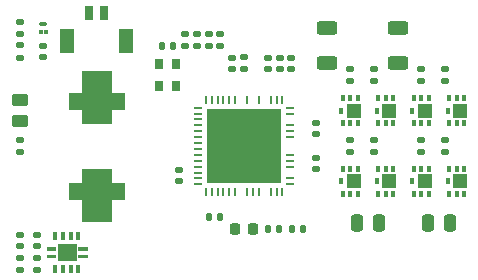
<source format=gtp>
G04 #@! TF.GenerationSoftware,KiCad,Pcbnew,7.0.11*
G04 #@! TF.CreationDate,2024-05-08T11:49:02-04:00*
G04 #@! TF.ProjectId,stepper-interface,73746570-7065-4722-9d69-6e7465726661,1.0*
G04 #@! TF.SameCoordinates,Original*
G04 #@! TF.FileFunction,Paste,Top*
G04 #@! TF.FilePolarity,Positive*
%FSLAX46Y46*%
G04 Gerber Fmt 4.6, Leading zero omitted, Abs format (unit mm)*
G04 Created by KiCad (PCBNEW 7.0.11) date 2024-05-08 11:49:02*
%MOMM*%
%LPD*%
G01*
G04 APERTURE LIST*
G04 Aperture macros list*
%AMRoundRect*
0 Rectangle with rounded corners*
0 $1 Rounding radius*
0 $2 $3 $4 $5 $6 $7 $8 $9 X,Y pos of 4 corners*
0 Add a 4 corners polygon primitive as box body*
4,1,4,$2,$3,$4,$5,$6,$7,$8,$9,$2,$3,0*
0 Add four circle primitives for the rounded corners*
1,1,$1+$1,$2,$3*
1,1,$1+$1,$4,$5*
1,1,$1+$1,$6,$7*
1,1,$1+$1,$8,$9*
0 Add four rect primitives between the rounded corners*
20,1,$1+$1,$2,$3,$4,$5,0*
20,1,$1+$1,$4,$5,$6,$7,0*
20,1,$1+$1,$6,$7,$8,$9,0*
20,1,$1+$1,$8,$9,$2,$3,0*%
G04 Aperture macros list end*
%ADD10C,0.010000*%
%ADD11RoundRect,0.135000X0.185000X-0.135000X0.185000X0.135000X-0.185000X0.135000X-0.185000X-0.135000X0*%
%ADD12RoundRect,0.135000X-0.185000X0.135000X-0.185000X-0.135000X0.185000X-0.135000X0.185000X0.135000X0*%
%ADD13RoundRect,0.140000X0.170000X-0.140000X0.170000X0.140000X-0.170000X0.140000X-0.170000X-0.140000X0*%
%ADD14R,0.304800X0.609600*%
%ADD15R,1.193800X1.295400*%
%ADD16RoundRect,0.044118X0.105882X0.130882X-0.105882X0.130882X-0.105882X-0.130882X0.105882X-0.130882X0*%
%ADD17RoundRect,0.050000X0.250000X0.125000X-0.250000X0.125000X-0.250000X-0.125000X0.250000X-0.125000X0*%
%ADD18RoundRect,0.147500X-0.172500X0.147500X-0.172500X-0.147500X0.172500X-0.147500X0.172500X0.147500X0*%
%ADD19RoundRect,0.140000X-0.170000X0.140000X-0.170000X-0.140000X0.170000X-0.140000X0.170000X0.140000X0*%
%ADD20RoundRect,0.140000X-0.140000X-0.170000X0.140000X-0.170000X0.140000X0.170000X-0.140000X0.170000X0*%
%ADD21RoundRect,0.250000X0.625000X-0.312500X0.625000X0.312500X-0.625000X0.312500X-0.625000X-0.312500X0*%
%ADD22RoundRect,0.250000X0.250000X0.475000X-0.250000X0.475000X-0.250000X-0.475000X0.250000X-0.475000X0*%
%ADD23RoundRect,0.140000X0.140000X0.170000X-0.140000X0.170000X-0.140000X-0.170000X0.140000X-0.170000X0*%
%ADD24R,0.800000X0.900000*%
%ADD25R,0.254000X0.762000*%
%ADD26R,0.762000X0.254000*%
%ADD27R,6.350000X6.350000*%
%ADD28RoundRect,0.225000X-0.225000X-0.250000X0.225000X-0.250000X0.225000X0.250000X-0.225000X0.250000X0*%
%ADD29RoundRect,0.250000X-0.450000X0.262500X-0.450000X-0.262500X0.450000X-0.262500X0.450000X0.262500X0*%
%ADD30R,1.300000X2.150000*%
%ADD31R,0.800000X1.200000*%
%ADD32RoundRect,0.147500X0.172500X-0.147500X0.172500X0.147500X-0.172500X0.147500X-0.172500X-0.147500X0*%
%ADD33RoundRect,0.012400X0.142600X-0.287600X0.142600X0.287600X-0.142600X0.287600X-0.142600X-0.287600X0*%
G04 APERTURE END LIST*
D10*
X141150000Y-97150000D02*
X142250000Y-97150000D01*
X142250000Y-98450000D01*
X141150000Y-98450000D01*
X141150000Y-99650000D01*
X138650000Y-99650000D01*
X138650000Y-98450000D01*
X137550000Y-98450000D01*
X137550000Y-97150000D01*
X138650000Y-97150000D01*
X138650000Y-95250000D01*
X141150000Y-95250000D01*
X141150000Y-97150000D01*
G36*
X141150000Y-97150000D02*
G01*
X142250000Y-97150000D01*
X142250000Y-98450000D01*
X141150000Y-98450000D01*
X141150000Y-99650000D01*
X138650000Y-99650000D01*
X138650000Y-98450000D01*
X137550000Y-98450000D01*
X137550000Y-97150000D01*
X138650000Y-97150000D01*
X138650000Y-95250000D01*
X141150000Y-95250000D01*
X141150000Y-97150000D01*
G37*
X141150000Y-104750000D02*
X142250000Y-104750000D01*
X142250000Y-106050000D01*
X141150000Y-106050000D01*
X141150000Y-107950000D01*
X138650000Y-107950000D01*
X138650000Y-106050000D01*
X137550000Y-106050000D01*
X137550000Y-104750000D01*
X138650000Y-104750000D01*
X138650000Y-103550000D01*
X141150000Y-103550000D01*
X141150000Y-104750000D01*
G36*
X141150000Y-104750000D02*
G01*
X142250000Y-104750000D01*
X142250000Y-106050000D01*
X141150000Y-106050000D01*
X141150000Y-107950000D01*
X138650000Y-107950000D01*
X138650000Y-106050000D01*
X137550000Y-106050000D01*
X137550000Y-104750000D01*
X138650000Y-104750000D01*
X138650000Y-103550000D01*
X141150000Y-103550000D01*
X141150000Y-104750000D01*
G37*
X138175000Y-111270000D02*
X136625000Y-111270000D01*
X136625000Y-109930000D01*
X138175000Y-109930000D01*
X138175000Y-111270000D01*
G36*
X138175000Y-111270000D02*
G01*
X136625000Y-111270000D01*
X136625000Y-109930000D01*
X138175000Y-109930000D01*
X138175000Y-111270000D01*
G37*
X136425000Y-111040000D02*
X135700000Y-111040000D01*
X135700000Y-110810000D01*
X136425000Y-110810000D01*
X136425000Y-111040000D01*
G36*
X136425000Y-111040000D02*
G01*
X135700000Y-111040000D01*
X135700000Y-110810000D01*
X136425000Y-110810000D01*
X136425000Y-111040000D01*
G37*
X139100000Y-111040000D02*
X138375000Y-111040000D01*
X138375000Y-110810000D01*
X139100000Y-110810000D01*
X139100000Y-111040000D01*
G36*
X139100000Y-111040000D02*
G01*
X138375000Y-111040000D01*
X138375000Y-110810000D01*
X139100000Y-110810000D01*
X139100000Y-111040000D01*
G37*
X136425000Y-110390000D02*
X135700000Y-110390000D01*
X135700000Y-110160000D01*
X136425000Y-110160000D01*
X136425000Y-110390000D01*
G36*
X136425000Y-110390000D02*
G01*
X135700000Y-110390000D01*
X135700000Y-110160000D01*
X136425000Y-110160000D01*
X136425000Y-110390000D01*
G37*
X139100000Y-110390000D02*
X138375000Y-110390000D01*
X138375000Y-110160000D01*
X139100000Y-110160000D01*
X139100000Y-110390000D01*
G36*
X139100000Y-110390000D02*
G01*
X138375000Y-110390000D01*
X138375000Y-110160000D01*
X139100000Y-110160000D01*
X139100000Y-110390000D01*
G37*
D11*
X148400000Y-93110000D03*
X148400000Y-92090000D03*
D12*
X163400000Y-101090000D03*
X163400000Y-102110000D03*
D13*
X135400000Y-94080000D03*
X135400000Y-93120000D03*
D14*
X171049999Y-97545900D03*
X170400000Y-97545900D03*
X169750001Y-97545900D03*
X169750001Y-99654100D03*
X170400000Y-99654100D03*
X171049999Y-99654100D03*
D15*
X170680000Y-98600000D03*
D14*
X169635000Y-98600000D03*
D11*
X133400000Y-112110000D03*
X133400000Y-111090000D03*
D16*
X135185000Y-91925000D03*
X135615000Y-91925000D03*
D17*
X135400000Y-91275000D03*
D12*
X167400000Y-95090000D03*
X167400000Y-96110000D03*
D13*
X155400000Y-95080000D03*
X155400000Y-94120000D03*
D18*
X133400000Y-109115000D03*
X133400000Y-110085000D03*
D13*
X151400000Y-95080000D03*
X151400000Y-94120000D03*
D14*
X168049999Y-97545900D03*
X167400000Y-97545900D03*
X166750001Y-97545900D03*
X166750001Y-99654100D03*
X167400000Y-99654100D03*
X168049999Y-99654100D03*
D15*
X167680000Y-98600000D03*
D14*
X166635000Y-98600000D03*
D11*
X133400000Y-94110000D03*
X133400000Y-93090000D03*
X150400000Y-93110000D03*
X150400000Y-92090000D03*
D12*
X161400000Y-101090000D03*
X161400000Y-102110000D03*
D19*
X146900000Y-103620000D03*
X146900000Y-104580000D03*
D13*
X156400000Y-95080000D03*
X156400000Y-94120000D03*
D12*
X169400000Y-95090000D03*
X169400000Y-96110000D03*
D14*
X165049999Y-97545900D03*
X164400000Y-97545900D03*
X163750001Y-97545900D03*
X163750001Y-99654100D03*
X164400000Y-99654100D03*
X165049999Y-99654100D03*
D15*
X164680000Y-98600000D03*
D14*
X163635000Y-98600000D03*
D20*
X154420000Y-108600000D03*
X155380000Y-108600000D03*
D21*
X165400000Y-94562500D03*
X165400000Y-91637500D03*
D14*
X165049999Y-103545900D03*
X164400000Y-103545900D03*
X163750001Y-103545900D03*
X163750001Y-105654100D03*
X164400000Y-105654100D03*
X165049999Y-105654100D03*
D15*
X164680000Y-104600000D03*
D14*
X163635000Y-104600000D03*
D12*
X163400000Y-95090000D03*
X163400000Y-96110000D03*
D22*
X163850000Y-108100000D03*
X161950000Y-108100000D03*
D19*
X134900000Y-109120000D03*
X134900000Y-110080000D03*
D13*
X154400000Y-95080000D03*
X154400000Y-94120000D03*
D14*
X162049999Y-103545900D03*
X161400000Y-103545900D03*
X160750001Y-103545900D03*
X160750001Y-105654100D03*
X161400000Y-105654100D03*
X162049999Y-105654100D03*
D15*
X161680000Y-104600000D03*
D14*
X160635000Y-104600000D03*
D20*
X156420000Y-108600000D03*
X157380000Y-108600000D03*
D21*
X159400000Y-94562500D03*
X159400000Y-91637500D03*
D14*
X162049999Y-97545900D03*
X161400000Y-97545900D03*
X160750001Y-97545900D03*
X160750001Y-99654100D03*
X161400000Y-99654100D03*
X162049999Y-99654100D03*
D15*
X161680000Y-98600000D03*
D14*
X160635000Y-98600000D03*
D11*
X149400000Y-93110000D03*
X149400000Y-92090000D03*
X147400000Y-93110000D03*
X147400000Y-92090000D03*
D12*
X152400000Y-94090000D03*
X152400000Y-95110000D03*
D23*
X146380000Y-93100000D03*
X145420000Y-93100000D03*
D24*
X145175000Y-94675000D03*
X145175000Y-96525000D03*
X146625000Y-96525000D03*
X146625000Y-94675000D03*
D14*
X168049999Y-103545900D03*
X167400000Y-103545900D03*
X166750001Y-103545900D03*
X166750001Y-105654100D03*
X167400000Y-105654100D03*
X168049999Y-105654100D03*
D15*
X167680000Y-104600000D03*
D14*
X166635000Y-104600000D03*
D25*
X155650001Y-97675700D03*
X155150000Y-97675700D03*
X154650001Y-97675700D03*
X153650000Y-97675700D03*
X152650000Y-97675700D03*
X151649999Y-97675700D03*
X151150000Y-97675700D03*
X150650001Y-97675700D03*
X150149999Y-97675700D03*
X149650000Y-97675700D03*
X149149999Y-97675700D03*
D26*
X148475700Y-98349999D03*
X148475700Y-98850000D03*
X148475700Y-99349999D03*
X148475700Y-99850001D03*
X148475700Y-100350000D03*
X148475700Y-100849999D03*
X148475700Y-101350000D03*
X148475700Y-101850000D03*
X148475700Y-102350001D03*
X148475700Y-102850000D03*
X148475700Y-103349999D03*
X148475700Y-103850001D03*
X148475700Y-104350000D03*
X148475700Y-104850001D03*
D25*
X149149999Y-105524300D03*
X149650000Y-105524300D03*
X150149999Y-105524300D03*
X150650001Y-105524300D03*
X151150000Y-105524300D03*
X151649999Y-105524300D03*
X152650000Y-105524300D03*
X153150001Y-105524300D03*
X153650000Y-105524300D03*
X154650001Y-105524300D03*
X155150000Y-105524300D03*
X155650001Y-105524300D03*
D26*
X156324300Y-104850001D03*
X156324300Y-104350000D03*
X156324300Y-103349999D03*
X156324300Y-102850000D03*
X156324300Y-102350001D03*
X156324300Y-100849999D03*
X156324300Y-100350000D03*
X156324300Y-99850001D03*
X156324300Y-98850000D03*
X156324300Y-98349999D03*
D27*
X152400000Y-101600000D03*
D13*
X158464852Y-100580000D03*
X158464852Y-99620000D03*
D12*
X167400000Y-101090000D03*
X167400000Y-102110000D03*
D14*
X171049999Y-103545900D03*
X170400000Y-103545900D03*
X169750001Y-103545900D03*
X169750001Y-105654100D03*
X170400000Y-105654100D03*
X171049999Y-105654100D03*
D15*
X170680000Y-104600000D03*
D14*
X169635000Y-104600000D03*
D28*
X151625000Y-108600000D03*
X153175000Y-108600000D03*
D29*
X133400000Y-97687500D03*
X133400000Y-99512500D03*
D12*
X169400000Y-101090000D03*
X169400000Y-102110000D03*
D30*
X142425000Y-92670000D03*
X137375000Y-92670000D03*
D31*
X140525000Y-90375000D03*
X139275000Y-90375000D03*
D32*
X133400000Y-102085000D03*
X133400000Y-101115000D03*
D23*
X150380000Y-107600000D03*
X149420000Y-107600000D03*
D19*
X158464852Y-102620000D03*
X158464852Y-103580000D03*
D12*
X161400000Y-95090000D03*
X161400000Y-96110000D03*
D18*
X133400000Y-91115000D03*
X133400000Y-92085000D03*
D33*
X136425000Y-112000000D03*
X137075000Y-112000000D03*
X137725000Y-112000000D03*
X138375000Y-112000000D03*
X138375000Y-109200000D03*
X137725000Y-109200000D03*
X137075000Y-109200000D03*
X136425000Y-109200000D03*
D22*
X169850000Y-108100000D03*
X167950000Y-108100000D03*
D13*
X134900000Y-112080000D03*
X134900000Y-111120000D03*
M02*

</source>
